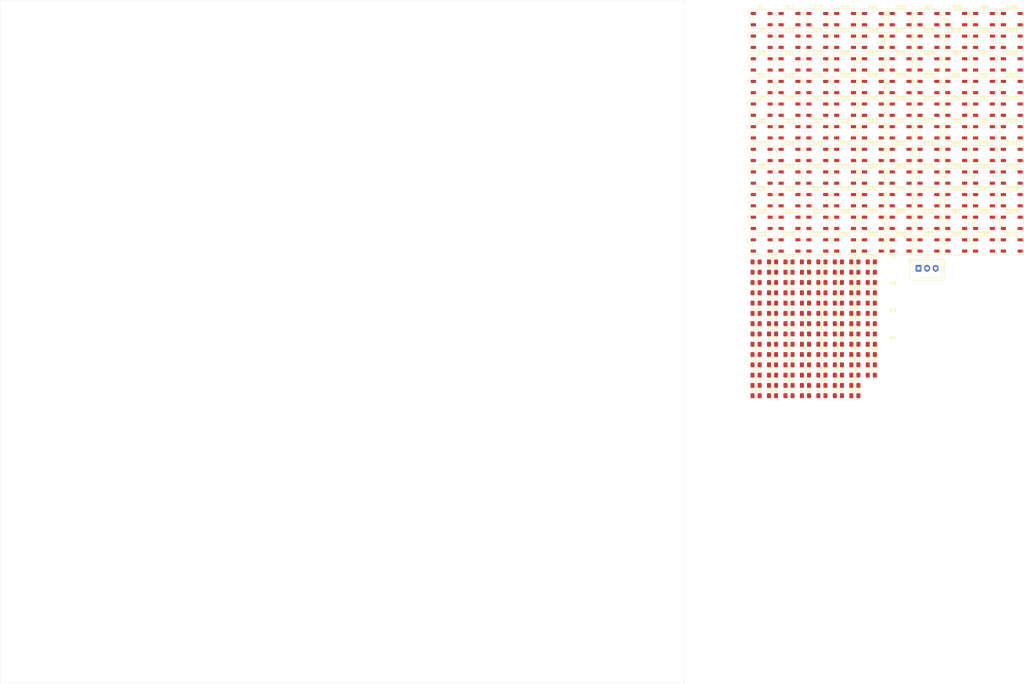
<source format=kicad_pcb>
(kicad_pcb (version 20240108) (generator "pcbnew") (generator_version "8.0")
  (layers (0 "F.Cu" signal) (31 "B.Cu" signal) (34 "B.Paste" user) (35 "F.Paste" user) (36 "B.SilkS" user "B.Silkscreen") (37 "F.SilkS" user "F.Silkscreen") (38 "B.Mask" user) (39 "F.Mask" user) (44 "Edge.Cuts" user))
  (net 0 "")
  (net 1 "GND")
  (net 2 "+5V")
  (net 3 "Net-(C12-Pad2)")
  (net 4 "/DATA")
  (net 5 "Net-(D1-DOUT)")
  (net 6 "Net-(D2-DOUT)")
  (net 7 "Net-(D3-DOUT)")
  (net 8 "Net-(D4-DOUT)")
  (net 9 "Net-(D5-DOUT)")
  (net 10 "Net-(D6-DOUT)")
  (net 11 "Net-(D7-DOUT)")
  (net 12 "Net-(D8-DOUT)")
  (net 13 "Net-(D10-DIN)")
  (net 14 "Net-(D10-DOUT)")
  (net 15 "Net-(D11-DOUT)")
  (net 16 "Net-(D12-DOUT)")
  (net 17 "Net-(D13-DOUT)")
  (net 18 "Net-(D14-DOUT)")
  (net 19 "Net-(D15-DOUT)")
  (net 20 "Net-(D16-DOUT)")
  (net 21 "Net-(D17-DOUT)")
  (net 22 "Net-(D18-DOUT)")
  (net 23 "Net-(D19-DOUT)")
  (net 24 "Net-(D20-DOUT)")
  (net 25 "Net-(D21-DOUT)")
  (net 26 "Net-(D22-DOUT)")
  (net 27 "Net-(D23-DOUT)")
  (net 28 "Net-(D24-DOUT)")
  (net 29 "Net-(D25-DOUT)")
  (net 30 "Net-(D26-DOUT)")
  (net 31 "Net-(D27-DOUT)")
  (net 32 "Net-(D28-DOUT)")
  (net 33 "Net-(D29-DOUT)")
  (net 34 "Net-(D30-DOUT)")
  (net 35 "Net-(D31-DOUT)")
  (net 36 "Net-(D32-DOUT)")
  (net 37 "Net-(D33-DOUT)")
  (net 38 "Net-(D34-DOUT)")
  (net 39 "Net-(D35-DOUT)")
  (net 40 "Net-(D36-DOUT)")
  (net 41 "Net-(D37-DOUT)")
  (net 42 "Net-(D38-DOUT)")
  (net 43 "Net-(D39-DOUT)")
  (net 44 "Net-(D40-DOUT)")
  (net 45 "Net-(D41-DOUT)")
  (net 46 "Net-(D42-DOUT)")
  (net 47 "Net-(D43-DOUT)")
  (net 48 "Net-(D44-DOUT)")
  (net 49 "Net-(D45-DOUT)")
  (net 50 "Net-(D46-DOUT)")
  (net 51 "Net-(D47-DOUT)")
  (net 52 "Net-(D48-DOUT)")
  (net 53 "Net-(D49-DOUT)")
  (net 54 "Net-(D50-DOUT)")
  (net 55 "Net-(D51-DOUT)")
  (net 56 "Net-(D52-DOUT)")
  (net 57 "Net-(D53-DOUT)")
  (net 58 "Net-(D54-DOUT)")
  (net 59 "Net-(D55-DOUT)")
  (net 60 "Net-(D56-DOUT)")
  (net 61 "Net-(D57-DOUT)")
  (net 62 "Net-(D58-DOUT)")
  (net 63 "Net-(D59-DOUT)")
  (net 64 "Net-(D60-DOUT)")
  (net 65 "Net-(D61-DOUT)")
  (net 66 "Net-(D62-DOUT)")
  (net 67 "Net-(D63-DOUT)")
  (net 68 "Net-(D64-DOUT)")
  (net 69 "Net-(D65-DOUT)")
  (net 70 "Net-(D66-DOUT)")
  (net 71 "Net-(D67-DOUT)")
  (net 72 "Net-(D68-DOUT)")
  (net 73 "Net-(D69-DOUT)")
  (net 74 "Net-(D70-DOUT)")
  (net 75 "Net-(D71-DOUT)")
  (net 76 "Net-(D72-DOUT)")
  (net 77 "Net-(D73-DOUT)")
  (net 78 "Net-(D74-DOUT)")
  (net 79 "Net-(D75-DOUT)")
  (net 80 "Net-(D76-DOUT)")
  (net 81 "Net-(D77-DOUT)")
  (net 82 "Net-(D78-DOUT)")
  (net 83 "Net-(D79-DOUT)")
  (net 84 "Net-(D80-DOUT)")
  (net 85 "Net-(D81-DOUT)")
  (net 86 "Net-(D82-DOUT)")
  (net 87 "Net-(D83-DOUT)")
  (net 88 "Net-(D84-DOUT)")
  (net 89 "Net-(D85-DOUT)")
  (net 90 "Net-(D86-DOUT)")
  (net 91 "Net-(D87-DOUT)")
  (net 92 "Net-(D88-DOUT)")
  (net 93 "Net-(D89-DOUT)")
  (net 94 "Net-(D90-DOUT)")
  (net 95 "Net-(D91-DOUT)")
  (net 96 "Net-(D92-DOUT)")
  (net 97 "Net-(D93-DOUT)")
  (net 98 "Net-(D94-DOUT)")
  (net 99 "Net-(D95-DOUT)")
  (net 100 "Net-(D96-DOUT)")
  (net 101 "Net-(D97-DOUT)")
  (net 102 "Net-(D98-DOUT)")
  (net 103 "Net-(D100-DIN)")
  (net 104 "Net-(D100-DOUT)")
  (net 105 "Net-(D101-DOUT)")
  (net 106 "Net-(D102-DOUT)")
  (net 107 "Net-(D103-DOUT)")
  (net 108 "Net-(D104-DOUT)")
  (net 109 "Net-(D105-DOUT)")
  (net 110 "Net-(D106-DOUT)")
  (net 111 "Net-(D107-DOUT)")
  (net 112 "Net-(D108-DOUT)")
  (net 113 "Net-(D109-DOUT)")
  (footprint "LED_SMD:LED_WS2812B_PLCC4_5.0x5.0mm_P3.2mm" (layer "F.Cu") (at 345.69 95.29)
    (property "Reference" "D106")
    (property "Value" "WS2812B")
  )
  (footprint "LED_SMD:LED_WS2812B_PLCC4_5.0x5.0mm_P3.2mm" (layer "F.Cu") (at 288.85 95.29)
    (property "Reference" "D29")
    (property "Value" "WS2812B")
  )
  (footprint "LED_SMD:LED_WS2812B_PLCC4_5.0x5.0mm_P3.2mm" (layer "F.Cu") (at 337.57 115.15)
    (property "Reference" "D98")
    (property "Value" "WS2812B")
  )
  (footprint "Capacitor_SMD:C_0805_2012Metric_Pad1.18x1.45mm_HandSolder" (layer "F.Cu") (at 285.385 132.605)
    (property "Reference" "C45")
    (property "Value" "100nF")
  )
  (footprint "LED_SMD:LED_WS2812B_PLCC4_5.0x5.0mm_P3.2mm" (layer "F.Cu") (at 296.97 55.57)
    (property "Reference" "D34")
    (property "Value" "WS2812B")
  )
  (footprint "Capacitor_SMD:C_0805_2012Metric_Pad1.18x1.45mm_HandSolder" (layer "F.Cu") (at 290.195 144.645)
    (property "Reference" "C63")
    (property "Value" "100nF")
  )
  (footprint "LED_SMD:LED_WS2812B_PLCC4_5.0x5.0mm_P3.2mm" (layer "F.Cu") (at 305.09 108.53)
    (property "Reference" "D53")
    (property "Value" "WS2812B")
  )
  (footprint "Capacitor_SMD:C_0805_2012Metric_Pad1.18x1.45mm_HandSolder" (layer "F.Cu") (at 290.195 141.635)
    (property "Reference" "C62")
    (property "Value" "100nF")
  )
  (footprint "LED_SMD:LED_WS2812B_PLCC4_5.0x5.0mm_P3.2mm" (layer "F.Cu") (at 329.45 121.77)
    (property "Reference" "D88")
    (property "Value" "WS2812B")
  )
  (footprint "LED_SMD:LED_WS2812B_PLCC4_5.0x5.0mm_P3.2mm" (layer "F.Cu") (at 321.33 121.77)
    (property "Reference" "D77")
    (property "Value" "WS2812B")
  )
  (footprint "LED_SMD:LED_WS2812B_PLCC4_5.0x5.0mm_P3.2mm" (layer "F.Cu") (at 313.21 68.81)
    (property "Reference" "D58")
    (property "Value" "WS2812B")
  )
  (footprint "LED_SMD:LED_WS2812B_PLCC4_5.0x5.0mm_P3.2mm" (layer "F.Cu") (at 272.61 88.67)
    (property "Reference" "D6")
    (property "Value" "WS2812B")
  )
  (footprint "LED_SMD:LED_WS2812B_PLCC4_5.0x5.0mm_P3.2mm" (layer "F.Cu") (at 321.33 115.15)
    (property "Reference" "D76")
    (property "Value" "WS2812B")
  )
  (footprint "Capacitor_SMD:C_0805_2012Metric_Pad1.18x1.45mm_HandSolder" (layer "F.Cu") (at 295.005 135.615)
    (property "Reference" "C74")
    (property "Value" "100nF")
  )
  (footprint "Capacitor_SMD:C_0805_2012Metric_Pad1.18x1.45mm_HandSolder" (layer "F.Cu") (at 290.195 132.605)
    (property "Reference" "C59")
    (property "Value" "100nF")
  )
  (footprint "Capacitor_SMD:C_0805_2012Metric_Pad1.18x1.45mm_HandSolder" (layer "F.Cu") (at 270.955 132.605)
    (property "Reference" "C3")
    (property "Value" "100nF")
  )
  (footprint "LED_SMD:LED_WS2812B_PLCC4_5.0x5.0mm_P3.2mm" (layer "F.Cu") (at 272.61 55.57)
    (property "Reference" "D1")
    (property "Value" "WS2812B")
  )
  (footprint "LED_SMD:LED_WS2812B_PLCC4_5.0x5.0mm_P3.2mm" (layer "F.Cu") (at 345.69 88.67)
    (property "Reference" "D105")
    (property "Value" "WS2812B")
  )
  (footprint "Capacitor_SMD:C_0805_2012Metric_Pad1.18x1.45mm_HandSolder" (layer "F.Cu") (at 280.575 132.605)
    (property "Reference" "C31")
    (property "Value" "100nF")
  )
  (footprint "LED_SMD:LED_WS2812B_PLCC4_5.0x5.0mm_P3.2mm" (layer "F.Cu") (at 313.21 55.57)
    (property "Reference" "D56")
    (property "Value" "WS2812B")
  )
  (footprint "LED_SMD:LED_WS2812B_PLCC4_5.0x5.0mm_P3.2mm" (layer "F.Cu") (at 280.73 95.29)
    (property "Reference" "D18")
    (property "Value" "WS2812B")
  )
  (footprint "Capacitor_SMD:C_0805_2012Metric_Pad1.18x1.45mm_HandSolder" (layer "F.Cu") (at 304.625 132.605)
    (property "Reference" "C101")
    (property "Value" "100nF")
  )
  (footprint "LED_SMD:LED_WS2812B_PLCC4_5.0x5.0mm_P3.2mm" (layer "F.Cu") (at 288.85 121.77)
    (property "Reference" "D33")
    (property "Value" "WS2812B")
  )
  (footprint "Capacitor_SMD:C_0805_2012Metric_Pad1.18x1.45mm_HandSolder" (layer "F.Cu") (at 285.385 162.705)
    (property "Reference" "C55")
    (property "Value" "100nF")
  )
  (footprint "Connector_JST:JST_XH_B3B-XH-AM_1x03_P2.50mm_Vertical" (layer "F.Cu") (at 318.455 128.455)
    (property "Reference" "J1")
    (property "Value" "Conn_01x03_Pin")
  )
  (footprint "LED_SMD:LED_WS2812B_PLCC4_5.0x5.0mm_P3.2mm" (layer "F.Cu") (at 296.97 88.67)
    (property "Reference" "D39")
    (property "Value" "WS2812B")
  )
  (footprint "LED_SMD:LED_WS2812B_PLCC4_5.0x5.0mm_P3.2mm" (layer "F.Cu") (at 280.73 101.91)
    (property "Reference" "D19")
    (property "Value" "WS2812B")
  )
  (footprint "Capacitor_SMD:C_0805_2012Metric_Pad1.18x1.45mm_HandSolder" (layer "F.Cu") (at 275.765 147.655)
    (property "Reference" "C22")
    (property "Value" "100nF")
  )
  (footprint "Capacitor_SMD:C_0805_2012Metric_Pad1.18x1.45mm_HandSolder" (layer "F.Cu") (at 299.815 159.695)
    (property "Reference" "C96")
    (property "Value" "100nF")
  )
  (footprint "Capacitor_SMD:C_0805_2012Metric_Pad1.18x1.45mm_HandSolder" (layer "F.Cu") (at 275.765 159.695)
    (property "Reference" "C26")
    (property "Value" "100nF")
  )
  (footprint "LED_SMD:LED_WS2812B_PLCC4_5.0x5.0mm_P3.2mm" (layer "F.Cu") (at 321.33 108.53)
    (property "Reference" "D75")
    (property "Value" "WS2812B")
  )
  (footprint "Capacitor_SMD:C_0805_2012Metric_Pad1.18x1.45mm_HandSolder" (layer "F.Cu") (at 280.575 144.645)
    (property "Reference" "C35")
    (property "Value" "100nF")
  )
  (footprint "LED_SMD:LED_WS2812B_PLCC4_5.0x5.0mm_P3.2mm" (layer "F.Cu") (at 321.33 88.67)
    (property "Reference" "D72")
    (property "Value" "WS2812B")
  )
  (footprint "LED_SMD:LED_WS2812B_PLCC4_5.0x5.0mm_P3.2mm" (layer "F.Cu") (at 313.21 108.53)
    (property "Reference" "D64")
    (property "Value" "WS2812B")
  )
  (footprint "LED_SMD:LED_WS2812B_PLCC4_5.0x5.0mm_P3.2mm" (layer "F.Cu") (at 337.57 62.19)
    (property "Reference" "D90")
    (property "Value" "WS2812B")
  )
  (footprint "LED_SMD:LED_WS2812B_PLCC4_5.0x5.0mm_P3.2mm" (layer "F.Cu") (at 280.73 75.43)
    (property "Reference" "D15")
    (property "Value" "WS2812B")
  )
  (footprint "Capacitor_SMD:C_0805_2012Metric_Pad1.18x1.45mm_HandSolder" (layer "F.Cu") (at 270.955 138.625)
    (property "Reference" "C5")
    (property "Value" "100nF")
  )
  (footprint "LED_SMD:LED_WS2812B_PLCC4_5.0x5.0mm_P3.2mm" (layer "F.Cu") (at 321.33 82.05)
    (property "Reference" "D71")
    (property "Value" "WS2812B")
  )
  (footprint "LED_SMD:LED_WS2812B_PLCC4_5.0x5.0mm_P3.2mm" (layer "F.Cu") (at 329.45 75.43)
    (property "Reference" "D81")
    (property "Value" "WS2812B")
  )
  (footprint "Capacitor_SMD:C_0805_2012Metric_Pad1.18x1.45mm_HandSolder" (layer "F.Cu") (at 290.195 153.675)
    (property "Reference" "C66")
    (property "Value" "100nF")
  )
  (footprint "Capacitor_SMD:C_0805_2012Metric_Pad1.18x1.45mm_HandSolder" (layer "F.Cu") (at 285.385 150.665)
    (property "Reference" "C51")
    (property "Value" "100nF")
  )
  (footprint "Capacitor_SMD:C_0805_2012Metric_Pad1.18x1.45mm_HandSolder" (layer "F.Cu") (at 290.195 138.625)
    (property "Reference" "C61")
    (property "Value" "100nF")
  )
  (footprint "LED_SMD:LED_WS2812B_PLCC4_5.0x5.0mm_P3.2mm" (layer "F.Cu") (at 272.61 82.05)
    (property "Reference" "D5")
    (property "Value" "WS2812B")
  )
  (footprint "Capacitor_SMD:C_0805_2012Metric_Pad1.18x1.45mm_HandSolder" (layer "F.Cu") (at 275.765 132.605)
    (property "Reference" "C17")
    (property "Value" "100nF")
  )
  (footprint "Capacitor_SMD:C_0805_2012Metric_Pad1.18x1.45mm_HandSolder" (layer "F.Cu") (at 285.385 159.695)
    (property "Reference" "C54")
    (property "Value" "100nF")
  )
  (footprint "Capacitor_SMD:C_0805_2012Metric_Pad1.18x1.45mm_HandSolder" (layer "F.Cu") (at 299.815 153.675)
    (property "Reference" "C94")
    (property "Value" "100nF")
  )
  (footprint "LED_SMD:LED_WS2812B_PLCC4_5.0x5.0mm_P3.2mm" (layer "F.Cu") (at 329.45 55.57)
    (property "Reference" "D78")
    (property "Value" "WS2812B")
  )
  (footprint "Capacitor_SMD:C_0805_2012Metric_Pad1.18x1.45mm_HandSolder" (layer "F.Cu") (at 304.625 141.635)
    (property "Reference" "C104")
    (property "Value" "100nF")
  )
  (footprint "LED_SMD:LED_WS2812B_PLCC4_5.0x5.0mm_P3.2mm" (layer "F.Cu") (at 313.21 82.05)
    (property "Reference" "D60")
    (property "Value" "WS2812B")
  )
  (footprint "LED_SMD:LED_WS2812B_PLCC4_5.0x5.0mm_P3.2mm" (layer "F.Cu") (at 345.69 115.15)
    (property "Reference" "D109")
    (property "Value" "WS2812B")
  )
  (footprint "LED_SMD:LED_WS2812B_PLCC4_5.0x5.0mm_P3.2mm" (layer "F.Cu") (at 280.73 55.57)
    (property "Reference" "D12")
    (property "Value" "WS2812B")
  )
  (footprint "LED_SMD:LED_WS2812B_PLCC4_5.0x5.0mm_P3.2mm" (layer "F.Cu") (at 272.61 101.91)
    (property "Reference" "D8")
    (property "Value" "WS2812B")
  )
  (footprint "Capacitor_SMD:C_0805_2012Metric_Pad1.18x1.45mm_HandSolder" (layer "F.Cu") (at 299.815 135.615)
    (property "Reference" "C88")
    (property "Value" "100nF")
  )
  (footprint "LED_SMD:LED_WS2812B_PLCC4_5.0x5.0mm_P3.2mm" (layer "F.Cu") (at 280.73 62.19)
    (property "Reference" "D13")
    (property "Value" "WS2812B")
  )
  (footprint "Capacitor_SMD:C_0805_2012Metric_Pad1.18x1.45mm_HandSolder" (layer "F.Cu") (at 275.765 126.585)
    (property "Reference" "C15")
    (property "Value" "100nF")
  )
  (footprint "Capacitor_SMD:C_0805_2012Metric_Pad1.18x1.45mm_HandSolder" (layer "F.Cu") (at 280.575 129.595)
    (property "Reference" "C30")
    (property "Value" "100nF")
  )
  (footprint "Capacitor_SMD:C_0805_2012Metric_Pad1.18x1.45mm_HandSolder" (layer "F.Cu") (at 285.385 147.655)
    (property "Reference" "C50")
    (property "Value" "100nF")
  )
  (footprint "Capacitor_SMD:C_0805_2012Metric_Pad1.18x1.45mm_HandSolder" (layer "F.Cu") (at 275.765 162.705)
    (property "Reference" "C27")
    (property "Value" "100nF")
  )
  (footprint "Capacitor_SMD:C_0805_2012Metric_Pad1.18x1.45mm_HandSolder" (layer "F.Cu") (at 280.575 156.685)
    (property "Reference" "C39")
    (property "Value" "100nF")
  )
  (footprint "LED_SMD:LED_WS2812B_PLCC4_5.0x5.0mm_P3.2mm" (layer "F.Cu") (at 313.21 75.43)
    (property "Reference" "D59")
    (property "Value" "WS2812B")
  )
  (footprint "LED_SMD:LED_WS2812B_PLCC4_5.0x5.0mm_P3.2mm" (layer "F.Cu") (at 280.73 115.15)
    (property "Reference" "D21")
    (property "Value" "WS2812B")
  )
  (footprint "LED_SMD:LED_WS2812B_PLCC4_5.0x5.0mm_P3.2mm" (layer "F.Cu") (at 321.33 62.19)
    (property "Reference" "D68")
    (property "Value" "WS2812B")
  )
  (footprint "Capacitor_SMD:C_0805_2012Metric_Pad1.18x1.45mm_HandSolder" (layer "F.Cu") (at 280.575 159.695)
    (property "Reference" "C40")
    (property "Value" "100nF")
  )
  (footprint "LED_SMD:LED_WS2812B_PLCC4_5.0x5.0mm_P3.2mm" (layer "F.Cu") (at 337.57 75.43)
    (property "Reference" "D92")
    (property "Value" "WS2812B")
  )
  (footprint "LED_SMD:LED_WS2812B_PLCC4_5.0x5.0mm_P3.2mm" (layer "F.Cu") (at 337.57 95.29)
    (property "Reference" "D95")
    (property "Value" "WS2812B")
  )
  (footprint "Capacitor_SMD:C_0805_2012Metric_Pad1.18x1.45mm_HandSolder" (layer "F.Cu") (at 304.625 129.595)
    (property "Reference" "C100")
    (property "Value" "100nF")
  )
  (footprint "Capacitor_SMD:C_0805_2012Metric_Pad1.18x1.45mm_HandSolder" (layer "F.Cu") (at 299.815 162.705)
    (property "Reference" "C97")
    (property "Value" "100nF")
  )
  (footprint "Capacitor_SMD:C_0805_2012Metric_Pad1.18x1.45mm_HandSolder" (layer "F.Cu") (at 280.575 126.585)
    (property "Reference" "C29")
    (property "Value" "100nF")
  )
  (footprint "Capacitor_SMD:C_0805_2012Metric_Pad1.18x1.45mm_HandSolder" (layer "F.Cu") (at 299.815 147.655)
    (property "Reference" "C92")
    (property "Value" "100nF")
  )
  (footprint "LED_SMD:LED_WS2812B_PLCC4_5.0x5.0mm_P3.2mm" (layer "F.Cu") (at 345.69 101.91)
    (property "Reference" "D107")
    (property "Value" "WS2812B")
  )
  (footprint "LED_SMD:LED_WS2812B_PLCC4_5.0x5.0mm_P3.2mm" (layer "F.Cu") (at 305.09 75.43)
    (property "Reference" "D48")
    (property "Value" "WS2812B")
  )
  (footprint "Capacitor_SMD:C_0805_2012Metric_Pad1.18x1.45mm_HandSolder" (layer "F.Cu") (at 270.955 162.705)
    (property "Reference" "C13")
    (property "Value" "100nF")
  )
  (footprint "LED_SMD:LED_WS2812B_PLCC4_5.0x5.0mm_P3.2mm" (layer "F.Cu") (at 313.21 88.67)
    (property "Reference" "D61")
    (property "Value" "WS2812B")
  )
  (footprint "LED_SMD:LED_WS2812B_PLCC4_5.0x5.0mm_P3.2mm" (layer "F.Cu") (at 321.33 75.43)
    (property "Reference" "D70")
    (property "Value" "WS2812B")
  )
  (footprint "Capacitor_SMD:C_0805_2012Metric_Pad1.18x1.45mm_HandSolder" (layer "F.Cu") (at 280.575 141.635)
    (property "Reference" "C34")
    (property "Value" "100nF")
  )
  (footprint "LED_SMD:LED_WS2812B_PLCC4_5.0x5.0mm_P3.2mm" (layer "F.Cu") (at 288.85 108.53)
    (property "Reference" "D31")
    (property "Value" "WS2812B")
  )
  (footprint "Capacitor_SMD:C_0805_2012Metric_Pad1.18x1.45mm_HandSolder" (layer "F.Cu") (at 275.765 129.595)
    (property "Reference" "C16")
    (property "Value" "100nF")
  )
  (footprint "LED_SMD:LED_WS2812B_PLCC4_5.0x5.0mm_P3.2mm" (layer "F.Cu") (at 272.61 95.29)
    (property "Reference" "D7")
    (property "Value" "WS2812B")
  )
  (footprint "Capacitor_SMD:C_0805_2012Metric_Pad1.18x1.45mm_HandSolder" (layer "F.Cu") (at 290.195 147.655)
    (property "Reference" "C64")
    (property "Value" "100nF")
  )
  (footprint "LED_SMD:LED_WS2812B_PLCC4_5.0x5.0mm_P3.2mm" (layer "F.Cu") (at 313.21 95.29)
    (property "Reference" "D62")
    (property "Value" "WS2812B")
  )
  (footprint "Capacitor_SMD:C_0805_2012Metric_Pad1.18x1.45mm_HandSolder" (layer "F.Cu") (at 290.195 126.585)
    (property "Reference" "C57")
    (property "Value" "100nF")
  )
  (footprint "Capacitor_SMD:C_0805_2012Metric_Pad1.18x1.45mm_HandSolder" (layer "F.Cu") (at 290.195 129.595)
    (property "Reference" "C58")
    (property "Value" "100nF")
  )
  (footprint "LED_SMD:LED_WS2812B_PLCC4_5.0x5.0mm_P3.2mm" (layer "F.Cu") (at 305.09 101.91)
    (property "Reference" "D52")
    (property "Value" "WS2812B")
  )
  (footprint "Capacitor_SMD:C_0805_2012Metric_Pad1.18x1.45mm_HandSolder" (layer "F.Cu") (at 280.575 165.715)
    (property "Reference" "C42")
    (property "Value" "100nF")
  )
  (footprint "LED_SMD:LED_WS2812B_PLCC4_5.0x5.0mm_P3.2mm" (layer "F.Cu") (at 288.85 115.15)
    (property "Reference" "D32")
    (property "Value" "WS2812B")
  )
  (footprint "Capacitor_SMD:C_0805_2012Metric_Pad1.18x1.45mm_HandSolder" (layer "F.Cu") (at 295.005 126.585)
    (property "Reference" "C71")
    (property "Value" "100nF")
  )
  (footprint "MountingHole:MountingHole_3.2mm_M3" (layer "F.Cu") (at 311.005 144.955)
    (property "Reference" "H3")
    (property "Value" "MountingHole")
  )
  (footprint "Capacitor_SMD:C_0805_2012Metric_Pad1.18x1.45mm_HandSolder" (layer "F.Cu") (at 275.765 150.665)
    (property "Reference" "C23")
    (property "Value" "100nF")
  )
  (footprint "LED_SMD:LED_WS2812B_PLCC4_5.0x5.0mm_P3.2mm" (layer "F.Cu") (at 296.97 108.53)
    (property "Reference" "D42")
    (property "Value" "WS2812B")
  )
  (footprint "Capacitor_SMD:C_0805_2012Metric_Pad1.18x1.45mm_HandSolder" (layer "F.Cu") (at 280.575 153.675)
    (property "Reference" "C38")
    (property "Value" "100nF")
  )
  (footprint "LED_SMD:LED_WS2812B_PLCC4_5.0x5.0mm_P3.2mm" (layer "F.Cu") (at 345.69 121.77)
    (property "Reference" "D110")
    (property "Value" "WS2812B")
  )
  (footprint "LED_SMD:LED_WS2812B_PLCC4_5.0x5.0mm_P3.2mm" (layer "F.Cu") (at 329.45 95.29)
    (property "Reference" "D84")
    (property "Value" "WS2812B")
  )
  (footprint "Capacitor_SMD:C_0805_2012Metric_Pad1.18x1.45mm_HandSolder" (layer "F.Cu") (at 295.005 141.635)
    (property "Reference" "C76")
    (property "Value" "100nF")
  )
  (footprint "Capacitor_SMD:C_0805_2012Metric_Pad1.18x1.45mm_HandSolder" (layer "F.Cu") (at 270.955 135.615)
    (property "Reference" "C4")
    (property "Value" "100nF")
  )
  (footprint "LED_SMD:LED_WS2812B_PLCC4_5.0x5.0mm_P3.2mm" (layer "F.Cu") (at 296.97 82.05)
    (property "Reference" "D38")
    (property "Value" "WS2812B")
  )
  (footprint "LED_SMD:LED_WS2812B_PLCC4_5.0x5.0mm_P3.2mm" (layer "F.Cu") (at 272.61 68.81)
    (property "Reference" "D3")
    (property "Value" "WS2812B")
  )
  (footprint "LED_SMD:LED_WS2812B_PLCC4_5.0x5.0mm_P3.2mm" (layer "F.Cu") (at 345.69 68.81)
    (property "Reference" "D102")
    (property "Value" "WS2812B")
  )
  (footprint "Capacitor_SMD:C_0805_2012Metric_Pad1.18x1.45mm_HandSolder" (layer "F.Cu") (at 280.575 135.615)
    (property "Reference" "C32")
    (property "Value" "100nF")
  )
  (footprint "LED_SMD:LED_WS2812B_PLCC4_5.0x5.0mm_P3.2mm" (layer "F.Cu") (at 305.09 68.81)
    (property "Reference" "D47")
    (property "Value" "WS2812B")
  )
  (footprint "Capacitor_SMD:C_0805_2012Metric_Pad1.18x1.45mm_HandSolder" (layer "F.Cu") (at 270.955 129.595)
    (property "Reference" "C2")
    (property "Value" "100nF")
  )
  (footprint "LED_SMD:LED_WS2812B_PLCC4_5.0x5.0mm_P3.2mm" (layer "F.Cu") (at 280.73 108.53)
    (property "Reference" "D20")
    (property "Value" "WS2812B")
  )
  (footprint "Capacitor_SMD:C_0805_2012Metric_Pad1.18x1.45mm_HandSolder" (layer "F.Cu") (at 275.765 165.715)
    (property "Reference" "C28")
    (property "Value" "100nF")
  )
  (footprint "LED_SMD:LED_WS2812B_PLCC4_5.0x5.0mm_P3.2mm" (layer "F.Cu") (at 305.09 121.77)
    (property "Reference" "D55")
    (property "Value" "WS2812B")
  )
  (footprint "Capacitor_SMD:C_0805_2012Metric_Pad1.18x1.45mm_HandSolder" (layer "F.Cu") (at 295.005 132.605)
    (property "Reference" "C73")
    (property "Value" "100nF")
  )
  (footprint "Capacitor_SMD:C_0805_2012Metric_Pad1.18x1.45mm_HandSolder" (layer "F.Cu") (at 304.625 135.615)
    (property "Reference" "C102")
    (property "Value" "100nF")
  )
  (footprint "LED_SMD:LED_WS2812B_PLCC4_5.0x5.0mm_P3.2mm" (layer "F.Cu") (at 337.57 101.91)
    (property "Reference" "D96")
    (property "Value" "WS2812B")
  )
  (footprint "Capacitor_SMD:C_0805_2012Metric_Pad1.18x1.45mm_HandSolder" (layer "F.Cu") (at 285.385 126.585)
    (property "Reference" "C43")
    (property "Value" "100nF")
  )
  (footprint "LED_SMD:LED_WS2812B_PLCC4_5.0x5.0mm_P3.2mm" (layer "F.Cu") (at 329.45 62.19)
    (property "Reference" "D79")
    (property "Value" "WS2812B")
  )
  (footprint "MountingHole:MountingHole_3.2mm_M3" (layer "F.Cu") (at 311.005 137.005)
    (property "Reference" "H2")
    (property "Value" "MountingHole")
  )
  (footprint "LED_SMD:LED_WS2812B_PLCC4_5.0x5.0mm_P3.2mm" (layer "F.Cu") (at 272.61 108.53)
    (property "Reference" "D9")
    (property "Value" "WS2812B")
  )
  (footprint "Capacitor_SMD:C_0805_2012Metric_Pad1.18x1.45mm_HandSolder" (layer "F.Cu") (at 270.955 156.685)
    (property "Reference" "C11")
    (property "Value" "100nF")
  )
  (footprint "LED_SMD:LED_WS2812B_PLCC4_5.0x5.0mm_P3.2mm" (layer "F.Cu") (at 296.97 95.29)
    (property "Reference" "D40")
    (property "Value" "WS2812B")
  )
  (footprint "Capacitor_SMD:C_0805_2012Metric_Pad1.18x1.45mm_HandSolder" (layer "F.Cu") (at 295.005 147.655)
    (property "Reference" "C78")
    (property "Value" "100nF")
  )
  (footprint "LED_SMD:LED_WS2812B_PLCC4_5.0x5.0mm_P3.2mm" (layer "F.Cu") (at 313.21 62.19)
    (property "Reference" "D57")
    (property "Value" "WS2812B")
  )
  (footprint "LED_SMD:LED_WS2812B_PLCC4_5.0x5.0mm_P3.2mm" (layer "F.Cu") (at 280.73 68.81)
    (property "Reference" "D14")
    (property "Value" "WS2812B")
  )
  (footprint "Capacitor_SMD:C_0805_2012Metric_Pad1.18x1.45mm_HandSolder" (layer "F.Cu") (at 275.765 135.615)
    (property "Reference" "C18")
    (property "Value" "100nF")
  )
  (footprint "LED_SMD:LED_WS2812B_PLCC4_5.0x5.0mm_P3.2mm" (layer "F.Cu") (at 329.45 108.53)
    (property "Reference" "D86")
    (property "Value" "WS2812B")
  )
  (footprint "Capacitor_SMD:C_0805_2012Metric_Pad1.18x1.45mm_HandSolder" (layer "F.Cu") (at 304.625 144.645)
    (property "Reference" "C105")
    (property "Value" "100nF")
  )
  (footprint "LED_SMD:LED_WS2812B_PLCC4_5.0x5.0mm_P3.2mm" (layer "F.Cu") (at 288.85 75.43)
    (property "Reference" "D26")
    (property "Value" "WS2812B")
  )
  (footprint "Capacitor_SMD:C_0805_2012Metric_Pad1.18x1.45mm_HandSolder" (layer "F.Cu") (at 275.765 141.635)
    (property "Reference" "C20")
    (property "Value" "100nF")
  )
  (footprint "Capacitor_SMD:C_0805_2012Metric_Pad1.18x1.45mm_HandSolder" (layer "F.Cu") (at 290.195 159.695)
    (property "Reference" "C68")
    (property "Value" "100nF")
  )
  (footprint "Capacitor_SMD:C_0805_2012Metric_Pad1.18x1.45mm_HandSolder" (layer "F.Cu") (at 285.385 129.595)
    (property "Reference" "C44")
    (property "Value" "100nF")
  )
  (footprint "LED_SMD:LED_WS2812B_PLCC4_5.0x5.0mm_P3.2mm" (layer "F.Cu") (at 329.45 101.91)
    (property "Reference" "D85")
    (property "Value" "WS2812B")
  )
  (footprint "LED_SMD:LED_WS2812B_PLCC4_5.0x5.0mm_P3.2mm" (layer "F.Cu") (at 321.33 68.81)
    (property "Reference" "D69")
    (property "Value" "WS2812B")
  )
  (footprint "LED_SMD:LED_WS2812B_PLCC4_5.0x5.0mm_P3.2mm" (layer "F.Cu") (at 296.97 121.77)
    (property "Reference" "D44")
    (property "Value" "WS2812B")
  )
  (footprint "LED_SMD:LED_WS2812B_PLCC4_5.0x5.0mm_P3.2mm" (layer "F.Cu") (at 296.97 101.91)
    (property "Reference" "D41")
    (property "Value" "WS2812B")
  )
  (footprint "LED_SMD:LED_WS2812B_PLCC4_5.0x5.0mm_P3.2mm" (layer "F.Cu") (at 296.97 75.43)
    (property "Reference" "D37")
    (property "Value" "WS2812B")
  )
  (footprint "LED_SMD:LED_WS2812B_PLCC4_5.0x5.0mm_P3.2mm" (layer "F.Cu") (at 321.33 101.91)
    (property "Reference" "D74")
    (property "Value" "WS2812B")
  )
  (footprint "Capacitor_SMD:C_0805_2012Metric_Pad1.18x1.45mm_HandSolder" (layer "F.Cu") (at 275.765 153.675)
    (property "Reference" "C24")
    (property "Value" "100nF")
  )
  (footprint "Capacitor_SMD:C_0805_2012Metric_Pad1.18x1.45mm_HandSolder" (layer "F.Cu") (at 304.625 159.695)
    (property "Reference" "C110")
    (property "Value" "100nF")
  )
  (footprint "LED_SMD:LED_WS2812B_PLCC4_5.0x5.0mm_P3.2mm" (layer "F.Cu") (at 337.57 82.05)
    (property "Reference" "D93")
    (property "Value" "WS2812B")
  )
  (footprint "Capacitor_SMD:C_0805_2012Metric_Pad1.18x1.45mm_HandSolder" (layer "F.Cu") (at 295.005 138.625)
    (property "Reference" "C75")
    (property "Value" "100nF")
  )
  (footprint "LED_SMD:LED_WS2812B_PLCC4_5.0x5.0mm_P3.2mm" (layer "F.Cu") (at 337.57 88.67)
    (property "Reference" "D94")
    (property "Value" "WS2812B")
  )
  (footprint "Capacitor_SMD:C_0805_2012Metric_Pad1.18x1.45mm_HandSolder" (layer "F.Cu") (at 285.385 135.615)
    (property "Reference" "C46")
    (property "Value" "100nF")
  )
  (footprint "LED_SMD:LED_WS2812B_PLCC4_5.0x5.0mm_P3.2mm" (layer "F.Cu") (at 305.09 55.57)
    (property "Reference" "D45")
    (property "Value" "WS2812B")
  )
  (footprint "LED_SMD:LED_WS2812B_PLCC4_5.0x5.0mm_P3.2mm" (layer "F.Cu") (at 288.85 55.57)
    (property "Reference" "D23")
    (property "Value" "WS2812B")
  )
  (footprint "LED_SMD:LED_WS2812B_PLCC4_5.0x5.0mm_P3.2mm" (layer "F.Cu") (at 329.45 88.67)
    (property "Reference" "D83")
    (property "Value" "WS2812B")
  )
  (footprint "LED_SMD:LED_WS2812B_PLCC4_5.0x5.0mm_P3.2mm" (layer "F.Cu") (at 305.09 115.15)
    (property "Reference" "D54")
    (property "Value" "WS2812B")
  )
  (footprint "LED_SMD:LED_WS2812B_PLCC4_5.0x5.0mm_P3.2mm" (layer "F.Cu") (at 345.69 108.53)
    (property "Reference" "D108")
    (property "Value" "WS2812B")
  )
  (footprint "LED_SMD:LED_WS2812B_PLCC4_5.0x5.0mm_P3.2mm" (layer "F.Cu") (at 345.69 75.43)
    (property "Reference" "D103")
    (property "Value" "WS2812B")
  )
  (footprint "LED_SMD:LED_WS2812B_PLCC4_5.0x5.0mm_P3.2mm" (layer "F.Cu") (at 272.61 115.15)
    (property "Reference" "D10")
    (property "Value" "WS2812B")
  )
  (footprint "Capacitor_SMD:C_0805_2012Metric_Pad1.18x1.45mm_HandSolder" (layer "F.Cu") (at 280.575 147.655)
    (property "Reference" "C36")
    (property "Value" "100nF")
  )
  (footprint "LED_SMD:LED_WS2812B_PLCC4_5.0x5.0mm_P3.2mm" (layer "F.Cu") (at 280.73 82.05)
    (property "Reference" "D16")
    (property "Value" "WS2812B")
  )
  (footprint "Capacitor_SMD:C_0805_2012Metric_Pad1.18x1.45mm_HandSolder" (layer "F.Cu") (at 270.955 126.585)
    (property "Reference" "C1")
    (property "Value" "100nF")
  )
  (footprint "LED_SMD:LED_WS2812B_PLCC4_5.0x5.0mm_P3.2mm" (layer "F.Cu") (at 313.21 101.91)
    (property "Reference" "D63")
    (property "Value" "WS2812B")
  )
  (footprint "Capacitor_SMD:C_0805_2012Metric_Pad1.18x1.45mm_HandSolder" (layer "F.Cu") (at 295.005 144.645)
    (property "Reference" "C77")
    (property "Value" "100nF")
  )
  (footprint "LED_SMD:LED_WS2812B_PLCC4_5.0x5.0mm_P3.2mm" (layer "F.Cu") (at 280.73 121.77)
    (property "Reference" "D22")
    (property "Value" "WS2812B")
  )
  (footprint "Capacitor_SMD:C_0805_2012Metric_Pad1.18x1.45mm_HandSolder" (layer "F.Cu") (at 280.575 162.705)
    (property "Reference" "C41")
    (property "Value" "100nF")
  )
  (footprint "LED_SMD:LED_WS2812B_PLCC4_5.0x5.0mm_P3.2mm" (layer "F.Cu") (at 296.97 115.15)
    (property "Reference" "D43")
    (property "Value" "WS2812B")
  )
  (footprint "LED_SMD:LED_WS2812B_PLCC4_5.0x5.0mm_P3.2mm" (layer "F.Cu") (at 272.61 121.77)
    (property "Reference" "D11")
    (property "Value" "WS2812B")
  )
  (footprint "LED_SMD:LED_WS2812B_PLCC4_5.0x5.0mm_P3.2mm" (layer "F.Cu") (at 337.57 55.57)
    (property "Reference" "D89")
    (property "Value" "WS2812B")
  )
  (footprint "LED_SMD:LED_WS2812B_PLCC4_5.0x5.0mm_P3.2mm" (layer "F.Cu") (at 337.57 108.53)
    (property "Reference" "D97")
    (property "Value" "WS2812B")
  )
  (footprint "Capacitor_SMD:C_0805_2012Metric_Pad1.18x1.45mm_HandSolder" (layer "F.Cu") (at 295.005 150.665)
    (property "Reference" "C79")
    (property "Value" "100nF")
  )
  (footprint "LED_SMD:LED_WS2812B_PLCC4_5.0x5.0mm_P3.2mm" (layer "F.Cu") (at 313.21 121.77)
    (property "Reference" "D66")
    (property "Value" "WS2812B")
  )
  (footprint "LED_SMD:LED_WS2812B_PLCC4_5.0x5.0mm_P3.2mm" (layer "F.Cu") (at 272.61 75.43)
    (property "Reference" "D4")
    (property "Value" "WS2812B")
  )
  (footprint "LED_SMD:LED_WS2812B_PLCC4_5.0x5.0mm_P3.2mm" (layer "F.Cu") (at 288.85 62.19)
    (property "Reference" "D24")
    (property "Value" "WS2812B")
  )
  (footprint "Capacitor_SMD:C_0805_2012Metric_Pad1.18x1.45mm_HandSolder" (layer "F.Cu") (at 299.815 132.605)
    (property "Reference" "C87")
    (property "Value" "100nF")
  )
  (footprint "Capacitor_SMD:C_0805_2012Metric_Pad1.18x1.45mm_HandSolder" (layer "F.Cu") (at 270.955 144.645)
    (property "Reference" "C7")
    (property "Value" "100nF")
  )
  (footprint "MountingHole:MountingHole_3.2mm_M3" (layer "F.Cu") (at 311.005 152.905)
    (property "Reference" "H4")
    (property "Value" "MountingHole")
  )
  (footprint "Capacitor_SMD:C_0805_2012Metric_Pad1.18x1.45mm_HandSolder" (layer "F.Cu") (at 285.385 141.635)
    (property "Reference" "C48")
    (property "Value" "100nF")
  )
  (footprint "LED_SMD:LED_WS2812B_PLCC4_5.0x5.0mm_P3.2mm" (layer "F.Cu") (at 296.97 68.81)
    (property "Reference" "D36")
    (property "Value" "WS2812B")
  )
  (footprint "LED_SMD:LED_WS2812B_PLCC4_5.0x5.0mm_P3.2mm" (layer "F.Cu") (at 288.85 88.67)
    (property "Reference" "D28")
    (property "Value" "WS2812B")
  )
  (footprint "Capacitor_SMD:C_0805_2012Metric_Pad1.18x1.45mm_HandSolder" (layer "F.Cu") (at 304.625 138.625)
    (property "Reference" "C103")
    (property "Value" "100nF")
  )
  (footprint "Capacitor_SMD:C_0805_2012Metric_Pad1.18x1.45mm_HandSolder" (layer "F.Cu") (at 290.195 135.615)
    (property "Reference" "C60")
    (property "Value" "100nF")
  )
  (footprint "LED_SMD:LED_WS2812B_PLCC4_5.0x5.0mm_P3.2mm" (layer "F.Cu") (at 345.69 55.57)
    (property "Reference" "D100")
    (property "Value" "WS2812B")
  )
  (footprint "Capacitor_SMD:C_0805_2012Metric_Pad1.18x1.45mm_HandSolder" (layer "F.Cu") (at 299.815 141.635)
    (property "Reference" "C90")
    (property "Value" "100nF")
  )
  (footprint "Capacitor_SMD:C_0805_2012Metric_Pad1.18x1.45mm_HandSolder" (layer "F.Cu") (at 275.765 138.625)
    (property "Reference" "C19")
    (property "Value" "100nF")
  )
  (footprint "LED_SMD:LED_WS2812B_PLCC4_5.0x5.0mm_P3.2mm" (layer "F.Cu") (at 321.33 95.29)
    (property "Reference" "D73")
    (property "Value" "WS2812B")
  )
  (footprint "LED_SMD:LED_WS2812B_PLCC4_5.0x5.0mm_P3.2mm" (layer "F.Cu") (at 288.85 82.05)
    (property "Reference" "D27")
    (property "Value" "WS2812B")
  )
  (footprint "Capacitor_SMD:C_0805_2012Metric_Pad1.18x1.45mm_HandSolder" (layer "F.Cu") (at 280.575 150.665)
    (property "Reference" "C37")
    (property "Value" "100nF")
  )
  (footprint "LED_SMD:LED_WS2812B_PLCC4_5.0x5.0mm_P3.2mm" (layer "F.Cu") (at 313.21 115.15)
    (property "Reference" "D65")
    (property "Value" "WS2812B")
  )
  (footprint "Capacitor_SMD:C_0805_2012Metric_Pad1.18x1.45mm_HandSolder" (layer "F.Cu") (at 280.575 138.625)
    (property "Reference" "C33")
    (property "Value" "100nF")
  )
  (footprint "Capacitor_SMD:C_0805_2012Metric_Pad1.18x1.45mm_HandSolder" (layer "F.Cu") (at 290.195 156.685)
    (property "Reference" "C67")
    (property "Value" "100nF")
  )
  (footprint "Capacitor_SMD:C_0805_2012Metric_Pad1.18x1.45mm_HandSolder" (layer "F.Cu") (at 299.815 156.685)
    (property "Reference" "C95")
    (property "Value" "100nF")
  )
  (footprint "Capacitor_SMD:C_0805_2012Metric_Pad1.18x1.45mm_HandSolder" (layer "F.Cu") (at 299.815 138.625)
    (property "Reference" "C89")
    (property "Value" "100nF")
  )
  (footprint "Capacitor_SMD:C_0805_2012Metric_Pad1.18x1.45mm_HandSolder" (layer "F.Cu") (at 295.005 156.685)
    (property "Reference" "C81")
    (property "Value" "100nF")
  )
  (footprint "Capacitor_SMD:C_0805_2012Metric_Pad1.18x1.45mm_HandSolder" (layer "F.Cu") (at 285.385 153.675)
    (property "Reference" "C52")
    (property "Value" "100nF")
  )
  (footprint "Capacitor_SMD:C_0805_2012Metric_Pad1.18x1.45mm_HandSolder" (layer "F.Cu") (at 295.005 162.705)
    (property "Reference" "C83")
    (property "Value" "100nF")
  )
  (footprint "Capacitor_SMD:C_0805_2012Metric_Pad1.18x1.45mm_HandSolder" (layer "F.Cu") (at 295.005 153.675)
    (property "Reference" "C80")
    (property "Value" "100nF")
  )
  (footprint "Capacitor_SMD:C_0805_2012Metric_Pad1.18x1.45mm_HandSolder" (layer "F.Cu") (at 270.955 141.635)
    (property "Reference" "C6")
    (property "Value" "100nF")
  )
  (footprint "MountingHole:MountingHole_3.2mm_M3" (layer "F.Cu") (at 311.005 129.055)
    (property "Reference" "H1")
    (property "Value" "MountingHole")
  )
  (footprint "LED_SMD:LED_WS2812B_PLCC4_5.0x5.0mm_P3.2mm" (layer "F.Cu") (at 345.69 62.19)
    (property "Reference" "D101")
    (property "Value" "WS2812B")
  )
  (footprint "LED_SMD:LED_WS2812B_PLCC4_5.0x5.0mm_P3.2mm" (layer "F.Cu") (at 305.09 88.67)
    (property "Reference" "D50")
    (property "Value" "WS2812B")
  )
  (footprint "Capacitor_SMD:C_0805_2012Metric_Pad1.18x1.45mm_HandSolder" (layer "F.Cu") (at 299.815 126.585)
    (property "Reference" "C85")
    (property "Value" "100nF")
  )
  (footprint "Capacitor_SMD:C_0805_2012Metric_Pad1.18x1.45mm_HandSolder" (layer "F.Cu") (at 295.005 159.695)
    (property "Reference" "C82")
    (property "Value" "100nF")
  )
  (footprint "Capacitor_SMD:C_0805_2012Metric_Pad1.18x1.45mm_HandSolder" (layer "F.Cu") (at 285.385 156.685)
    (property "Reference" "C53")
    (property "Value" "100nF")
  )
  (footprint "Capacitor_SMD:C_0805_2012Metric_Pad1.18x1.45mm_HandSolder" (layer "F.Cu") (at 290.195 165.715)
    (property "Reference" "C70")
    (property "Value" "100nF")
  )
  (footprint "Capacitor_SMD:C_0805_2012Metric_Pad1.18x1.45mm_HandSolder" (layer "F.Cu") (at 285.385 165.715)
    (property "Reference" "C56")
    (property "Value" "100nF")
  )
  (footprint "LED_SMD:LED_WS2812B_PLCC4_5.0x5.0mm_P3.2mm" (layer "F.Cu") (at 280.73 88.67)
    (property "Reference" "D17")
    (property "Value" "WS2812B")
  )
  (footprint "Capacitor_SMD:C_0805_2012Metric_Pad1.18x1.45mm_HandSolder" (layer "F.Cu") (at 299.815 144.645)
    (property "Reference" "C91")
    (property "Value" "100nF")
  )
  (footprint "Capacitor_SMD:C_0805_2012Metric_Pad1.18x1.45mm_HandSolder" (layer "F.Cu") (at 295.005 165.715)
    (property "Reference" "C84")
    (property "Value" "100nF")
  )
  (footprint "Capacitor_SMD:C_0805_2012Metric_Pad1.18x1.45mm_HandSolder" (layer "F.Cu") (at 295.005 129.595)
    (property "Reference" "C72")
    (property "Value" "100nF")
  )
  (footprint "Capacitor_SMD:C_0805_2012Metric_Pad1.18x1.45mm_HandSolder" (layer "F.Cu") (at 304.625 153.675)
    (property "Reference" "C108")
    (property "Value" "100nF")
  )
  (footprint "Capacitor_SMD:C_0805_2012Metric_Pad1.18x1.45mm_HandSolder" (layer "F.Cu") (at 304.625 147.655)
    (property "Reference" "C106")
    (property "Value" "100nF")
  )
  (footprint "LED_SMD:LED_WS2812B_PLCC4_5.0x5.0mm_P3.2mm" (layer "F.Cu") (at 345.69 82.05)
    (property "Reference" "D104")
    (property "Value" "WS2812B")
  )
  (footprint "Capacitor_SMD:C_0805_2012Metric_Pad1.18x1.45mm_HandSolder" (layer "F.Cu") (at 304.625 150.665)
    (property "Reference" "C107")
    (property "Value" "100nF")
  )
  (footprint "LED_SMD:LED_WS2812B_PLCC4_5.0x5.0mm_P3.2mm" (layer "F.Cu") (at 337.57 121.77)
    (property "Reference" "D99")
    (property "Value" "WS2812B")
  )
  (footprint "Capacitor_SMD:C_0805_2012Metric_Pad1.18x1.45mm_HandSolder" (layer "F.Cu") (at 299.815 150.665)
    (property "Reference" "C93")
    (property "Value" "100nF")
  )
  (footprint "LED_SMD:LED_WS2812B_PLCC4_5.0x5.0mm_P3.2mm" (layer "F.Cu") (at 305.09 95.29)
    (property "Reference" "D51")
    (property "Value" "WS2812B")
  )
  (footprint "LED_SMD:LED_WS2812B_PLCC4_5.0x5.0mm_P3.2mm" (layer "F.Cu") (at 288.85 68.81)
    (property "Reference" "D25")
    (property "Value" "WS2812B")
  )
  (footprint "LED_SMD:LED_WS2812B_PLCC4_5.0x5.0mm_P3.2mm" (layer "F.Cu") (at 305.09 62.19)
    (property "Reference" "D46")
    (property "Value" "WS2812B")
  )
  (footprint "LED_SMD:LED_WS2812B_PLCC4_5.0x5.0mm_P3.2mm" (layer "F.Cu") (at 329.45 115.15)
    (property "Reference" "D87")
    (property "Value" "WS2812B")
  )
  (footprint "LED_SMD:LED_WS2812B_PLCC4_5.0x5.0mm_P3.2mm" (layer "F.Cu") (at 296.97 62.19)
    (property "Reference" "D35")
    (property "Value" "WS2812B")
  )
  (footprint "Capacitor_SMD:C_0805_2012Metric_Pad1.18x1.45mm_HandSolder" (layer "F.Cu") (at 270.955 165.715)
    (property "Reference" "C14")
    (property "Value" "100nF")
  )
  (footprint "LED_SMD:LED_WS2812B_PLCC4_5.0x5.0mm_P3.2mm" (layer "F.Cu") (at 288.85 101.91)
    (property "Reference" "D30")
    (property "Value" "WS2812B")
  )
  (footprint "LED_SMD:LED_WS2812B_PLCC4_5.0x5.0mm_P3.2mm" (layer "F.Cu") (at 321.33 55.57)
    (property "Reference" "D67")
    (property "Value" "WS2812B")
  )
  (footprint "Capacitor_SMD:C_0805_2012Metric_Pad1.18x1.45mm_HandSolder" (layer "F.Cu") (at 299.815 165.715)
    (property "Reference" "C98")
    (property "Value" "100nF")
  )
  (footprint "Capacitor_SMD:C_0805_2012Metric_Pad1.18x1.45mm_HandSolder" (layer "F.Cu") (at 275.765 144.645)
    (property "Reference" "C21")
    (property "Value" "100nF")
  )
  (footprint "LED_SMD:LED_WS2812B_PLCC4_5.0x5.0mm_P3.2mm" (layer "F.Cu") (at 329.45 82.05)
    (property "Reference" "D82")
    (property "Value" "WS2812B")
  )
  (footprint "Capacitor_SMD:C_0805_2012Metric_Pad1.18x1.45mm_HandSolder" (layer "F.Cu") (at 285.385 144.645)
    (property "Reference" "C49")
    (property "Value" "100nF")
  )
  (footprint "Capacitor_SMD:C_0805_2012Metric_Pad1.18x1.45mm_HandSolder" (layer "F.Cu") (at 270.955 147.655)
    (property "Reference" "C8")
    (property "Value" "100nF")
  )
  (footprint "Capacitor_SMD:C_0805_2012Metric_Pad1.18x1.45mm_HandSolder" (layer "F.Cu") (at 270.955 159.695)
    (property "Reference" "C12")
    (property "Value" "100nF")
  )
  (footprint "Capacitor_SMD:C_0805_2012Metric_Pad1.18x1.45mm_HandSolder" (layer "F.Cu") (at 275.765 156.685)
    (property "Reference" "C25")
    (property "Value" "100nF")
  )
  (footprint "Capacitor_SMD:C_0805_2012Metric_Pad1.18x1.45mm_HandSolder" (layer "F.Cu") (at 270.955 153.675)
    (property "Reference" "C10")
    (property "Value" "100nF")
  )
  (footprint "Capacitor_SMD:C_0805_2012Metric_Pad1.18x1.45mm_HandSolder" (layer "F.Cu") (at 299.815 129.595)
    (property "Reference" "C86")
    (property "Value" "100nF")
  )
  (footprint "LED_SMD:LED_WS2812B_PLCC4_5.0x5.0mm_P3.2mm" (layer "F.Cu") (at 329.45 68.81)
    (property "Reference" "D80")
    (property "Value" "WS2812B")
  )
  (footprint "Capacitor_SMD:C_0805_2012Metric_Pad1.18x1.45mm_HandSolder" (layer "F.Cu") (at 304.625 156.685)
    (property "Reference" "C109")
    (property "Value" "100nF")
  )
  (footprint "Capacitor_SMD:C_0805_2012Metric_Pad1.18x1.45mm_HandSolder" (layer "F.Cu") (at 285.385 138.625)
    (property "Reference" "C47")
    (property "Value" "100nF")
  )
  (footprint "Capacitor_SMD:C_0805_2012Metric_Pad1.18x1.45mm_HandSolder" (layer "F.Cu") (at 304.625 126.585)
    (property "Reference" "C99")
    (property "Value" "100nF")
  )
  (footprint "LED_SMD:LED_WS2812B_PLCC4_5.0x5.0mm_P3.2mm" (layer "F.Cu") (at 272.61 62.19)
    (property "Reference" "D2")
    (property "Value" "WS2812B")
  )
  (footprint "Capacitor_SMD:C_0805_2012Metric_Pad1.18x1.45mm_HandSolder" (layer "F.Cu") (at 270.955 150.665)
    (property "Reference" "C9")
    (property "Value" "100nF")
  )
  (footprint "Capacitor_SMD:C_0805_2012Metric_Pad1.18x1.45mm_HandSolder" (layer "F.Cu") (at 290.195 150.665)
    (property "Reference" "C65")
    (property "Value" "100nF")
  )
  (footprint "LED_SMD:LED_WS2812B_PLCC4_5.0x5.0mm_P3.2mm" (layer "F.Cu") (at 305.09 82.05)
    (property "Reference" "D49")
    (property "Value" "WS2812B")
  )
  (footprint "Capacitor_SMD:C_0805_2012Metric_Pad1.18x1.45mm_HandSolder" (layer "F.Cu") (at 290.195 162.705)
    (property "Reference" "C69")
    (property "Value" "100nF")
  )
  (footprint "LED_SMD:LED_WS2812B_PLCC4_5.0x5.0mm_P3.2mm" (layer "F.Cu") (at 337.57 68.81)
    (property "Reference" "D91")
    (property "Value" "WS2812B")
  )
  (gr_rect (start 50 50) (end 250 250) (stroke (width 0.05)) (fill none) (layer "Edge.Cuts"))
)
</source>
